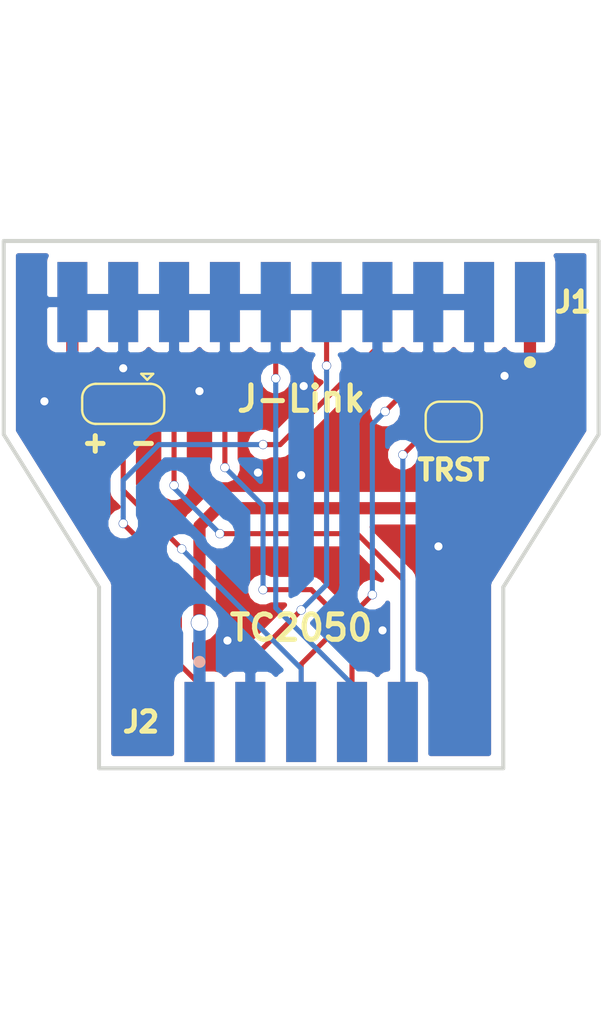
<source format=kicad_pcb>
(kicad_pcb (version 20171130) (host pcbnew "(5.0.0-3-g5ebb6b6)")

  (general
    (thickness 1.6)
    (drawings 12)
    (tracks 102)
    (zones 0)
    (modules 4)
    (nets 15)
  )

  (page A4)
  (layers
    (0 F.Cu signal)
    (31 B.Cu signal)
    (32 B.Adhes user)
    (33 F.Adhes user)
    (34 B.Paste user)
    (35 F.Paste user)
    (36 B.SilkS user)
    (37 F.SilkS user)
    (38 B.Mask user)
    (39 F.Mask user)
    (40 Dwgs.User user)
    (41 Cmts.User user)
    (42 Eco1.User user)
    (43 Eco2.User user)
    (44 Edge.Cuts user)
    (45 Margin user)
    (46 B.CrtYd user)
    (47 F.CrtYd user)
    (48 B.Fab user hide)
    (49 F.Fab user hide)
  )

  (setup
    (last_trace_width 0.25)
    (user_trace_width 0.2032)
    (user_trace_width 0.254)
    (user_trace_width 0.3048)
    (user_trace_width 0.3556)
    (user_trace_width 0.4064)
    (user_trace_width 0.4572)
    (user_trace_width 0.6096)
    (user_trace_width 0.8128)
    (trace_clearance 0.2)
    (zone_clearance 0.508)
    (zone_45_only no)
    (trace_min 0.1778)
    (segment_width 0.2)
    (edge_width 0.15)
    (via_size 0.8)
    (via_drill 0.4)
    (via_min_size 0.3048)
    (via_min_drill 0.254)
    (user_via 0.3048 0.254)
    (user_via 0.3556 0.3048)
    (user_via 0.4572 0.4064)
    (user_via 0.5588 0.508)
    (user_via 0.8636 0.8128)
    (uvia_size 0.3)
    (uvia_drill 0.1)
    (uvias_allowed no)
    (uvia_min_size 0.1524)
    (uvia_min_drill 0.1)
    (pcb_text_width 0.254)
    (pcb_text_size 1.016 1.016)
    (mod_edge_width 0.15)
    (mod_text_size 1.016 1.016)
    (mod_text_width 0.254)
    (pad_size 1 0.5)
    (pad_drill 0)
    (pad_to_mask_clearance 0.2)
    (aux_axis_origin 0 0)
    (visible_elements FFFFFF7F)
    (pcbplotparams
      (layerselection 0x010fc_ffffffff)
      (usegerberextensions false)
      (usegerberattributes false)
      (usegerberadvancedattributes false)
      (creategerberjobfile false)
      (excludeedgelayer true)
      (linewidth 0.100000)
      (plotframeref false)
      (viasonmask false)
      (mode 1)
      (useauxorigin false)
      (hpglpennumber 1)
      (hpglpenspeed 20)
      (hpglpendiameter 15.000000)
      (psnegative false)
      (psa4output false)
      (plotreference true)
      (plotvalue true)
      (plotinvisibletext false)
      (padsonsilk false)
      (subtractmaskfromsilk false)
      (outputformat 1)
      (mirror false)
      (drillshape 1)
      (scaleselection 1)
      (outputdirectory ""))
  )

  (net 0 "")
  (net 1 VCC)
  (net 2 /nTRST)
  (net 3 /TDI)
  (net 4 /SWDIO_TMS)
  (net 5 /SWCLK_TCLK)
  (net 6 /RTCK)
  (net 7 /SWO_TDO)
  (net 8 /RESET)
  (net 9 "Net-(J1-Pad17)")
  (net 10 /5V)
  (net 11 "Net-(J1-Pad2)")
  (net 12 GND)
  (net 13 /PWR_SEL)
  (net 14 /nTRST_SEL)

  (net_class Default "This is the default net class."
    (clearance 0.2)
    (trace_width 0.25)
    (via_dia 0.8)
    (via_drill 0.4)
    (uvia_dia 0.3)
    (uvia_drill 0.1)
    (add_net /5V)
    (add_net /PWR_SEL)
    (add_net /RESET)
    (add_net /RTCK)
    (add_net /SWCLK_TCLK)
    (add_net /SWDIO_TMS)
    (add_net /SWO_TDO)
    (add_net /TDI)
    (add_net /nTRST)
    (add_net /nTRST_SEL)
    (add_net GND)
    (add_net "Net-(J1-Pad17)")
    (add_net "Net-(J1-Pad2)")
    (add_net VCC)
  )

  (module Straddle:Straddle-10-Male (layer B.Cu) (tedit 5BACC972) (tstamp 5BABE9ED)
    (at 127 97.155 180)
    (path /5BA07AD1)
    (attr smd)
    (fp_text reference J2 (at 8.001 0 180) (layer F.SilkS)
      (effects (font (size 1.016 1.016) (thickness 0.254)))
    )
    (fp_text value Conn_02x05_Odd_Even (at 0 -17 180) (layer B.Fab)
      (effects (font (size 1 1) (thickness 0.15)) (justify mirror))
    )
    (fp_circle (center 5.08 3) (end 5.08 2.85) (layer B.SilkS) (width 0.3))
    (fp_line (start -5.08 -3) (end -5.08 -7) (layer B.Fab) (width 0.15))
    (fp_line (start -2.54 -3) (end -2.54 -7) (layer B.Fab) (width 0.15))
    (fp_line (start 0 -3) (end 0 -7) (layer B.Fab) (width 0.15))
    (fp_line (start 2.54 -3) (end 2.54 -7) (layer B.Fab) (width 0.15))
    (fp_line (start 5.08 -3) (end 5.08 -7) (layer B.Fab) (width 0.15))
    (fp_line (start -8.62 -15) (end -8.62 -7) (layer B.Fab) (width 0.15))
    (fp_line (start 8.62 -15) (end -8.62 -15) (layer B.Fab) (width 0.15))
    (fp_line (start 8.62 -7) (end 8.62 -15) (layer B.Fab) (width 0.15))
    (fp_line (start -8.62 -7) (end 8.62 -7) (layer B.Fab) (width 0.15))
    (pad 10 smd rect (at -5.08 0 180) (size 1.5 4) (layers F.Cu F.Mask)
      (net 8 /RESET))
    (pad 8 smd rect (at -2.54 0 180) (size 1.5 4) (layers F.Cu F.Mask)
      (net 3 /TDI))
    (pad 6 smd rect (at 0 0 180) (size 1.5 4) (layers F.Cu F.Mask)
      (net 7 /SWO_TDO))
    (pad 4 smd rect (at 2.54 0 180) (size 1.5 4) (layers F.Cu F.Mask)
      (net 5 /SWCLK_TCLK))
    (pad 2 smd rect (at 5.08 0 180) (size 1.5 4) (layers F.Cu F.Mask)
      (net 4 /SWDIO_TMS))
    (pad 9 smd rect (at -5.08 0 180) (size 1.5 4) (layers B.Cu B.Mask)
      (net 14 /nTRST_SEL))
    (pad 7 smd rect (at -2.54 0 180) (size 1.5 4) (layers B.Cu B.Mask)
      (net 6 /RTCK))
    (pad 5 smd rect (at 0 0 180) (size 1.5 4) (layers B.Cu B.Mask)
      (net 13 /PWR_SEL))
    (pad 3 smd rect (at 2.54 0 180) (size 1.5 4) (layers B.Cu B.Mask)
      (net 12 GND))
    (pad 1 smd rect (at 5.08 0 180) (size 1.5 4) (layers B.Cu B.Mask)
      (net 1 VCC))
  )

  (module Straddle:Straddle-20-Female (layer F.Cu) (tedit 0) (tstamp 5BABE78E)
    (at 127 76.2 180)
    (path /5BA077E2)
    (attr smd)
    (fp_text reference J1 (at -13.589 0 180) (layer F.SilkS)
      (effects (font (size 1.016 1.016) (thickness 0.254)))
    )
    (fp_text value Conn_02x10_Odd_Even (at 0 17 180) (layer F.Fab)
      (effects (font (size 1 1) (thickness 0.15)))
    )
    (fp_circle (center -11.43 -3) (end -11.43 -2.85) (layer F.SilkS) (width 0.3))
    (fp_line (start 11.43 3) (end 11.43 7) (layer F.Fab) (width 0.15))
    (fp_line (start 8.89 3) (end 8.89 7) (layer F.Fab) (width 0.15))
    (fp_line (start 6.35 3) (end 6.35 7) (layer F.Fab) (width 0.15))
    (fp_line (start 3.81 3) (end 3.81 7) (layer F.Fab) (width 0.15))
    (fp_line (start 1.27 3) (end 1.27 7) (layer F.Fab) (width 0.15))
    (fp_line (start -1.27 3) (end -1.27 7) (layer F.Fab) (width 0.15))
    (fp_line (start -3.81 3) (end -3.81 7) (layer F.Fab) (width 0.15))
    (fp_line (start -6.35 3) (end -6.35 7) (layer F.Fab) (width 0.15))
    (fp_line (start -8.89 3) (end -8.89 7) (layer F.Fab) (width 0.15))
    (fp_line (start -11.43 3) (end -11.43 7) (layer F.Fab) (width 0.15))
    (fp_line (start -14.97 15) (end -14.97 7) (layer F.Fab) (width 0.15))
    (fp_line (start 14.97 15) (end -14.97 15) (layer F.Fab) (width 0.15))
    (fp_line (start 14.97 7) (end 14.97 15) (layer F.Fab) (width 0.15))
    (fp_line (start -14.97 7) (end 14.97 7) (layer F.Fab) (width 0.15))
    (pad 20 smd rect (at 11.43 0 180) (size 1.5 4) (layers B.Cu B.Mask)
      (net 12 GND))
    (pad 18 smd rect (at 8.89 0 180) (size 1.5 4) (layers B.Cu B.Mask)
      (net 12 GND))
    (pad 16 smd rect (at 6.35 0 180) (size 1.5 4) (layers B.Cu B.Mask)
      (net 12 GND))
    (pad 14 smd rect (at 3.81 0 180) (size 1.5 4) (layers B.Cu B.Mask)
      (net 12 GND))
    (pad 12 smd rect (at 1.27 0 180) (size 1.5 4) (layers B.Cu B.Mask)
      (net 12 GND))
    (pad 10 smd rect (at -1.27 0 180) (size 1.5 4) (layers B.Cu B.Mask)
      (net 12 GND))
    (pad 8 smd rect (at -3.81 0 180) (size 1.5 4) (layers B.Cu B.Mask)
      (net 12 GND))
    (pad 6 smd rect (at -6.35 0 180) (size 1.5 4) (layers B.Cu B.Mask)
      (net 12 GND))
    (pad 4 smd rect (at -8.89 0 180) (size 1.5 4) (layers B.Cu B.Mask)
      (net 12 GND))
    (pad 2 smd rect (at -11.43 0 180) (size 1.5 4) (layers B.Cu B.Mask)
      (net 11 "Net-(J1-Pad2)"))
    (pad 19 smd rect (at 11.43 0 180) (size 1.5 4) (layers F.Cu F.Mask)
      (net 10 /5V))
    (pad 17 smd rect (at 8.89 0 180) (size 1.5 4) (layers F.Cu F.Mask)
      (net 9 "Net-(J1-Pad17)"))
    (pad 15 smd rect (at 6.35 0 180) (size 1.5 4) (layers F.Cu F.Mask)
      (net 8 /RESET))
    (pad 13 smd rect (at 3.81 0 180) (size 1.5 4) (layers F.Cu F.Mask)
      (net 7 /SWO_TDO))
    (pad 11 smd rect (at 1.27 0 180) (size 1.5 4) (layers F.Cu F.Mask)
      (net 6 /RTCK))
    (pad 9 smd rect (at -1.27 0 180) (size 1.5 4) (layers F.Cu F.Mask)
      (net 5 /SWCLK_TCLK))
    (pad 7 smd rect (at -3.81 0 180) (size 1.5 4) (layers F.Cu F.Mask)
      (net 4 /SWDIO_TMS))
    (pad 5 smd rect (at -6.35 0 180) (size 1.5 4) (layers F.Cu F.Mask)
      (net 3 /TDI))
    (pad 3 smd rect (at -8.89 0 180) (size 1.5 4) (layers F.Cu F.Mask)
      (net 2 /nTRST))
    (pad 1 smd rect (at -11.43 0 180) (size 1.5 4) (layers F.Cu F.Mask)
      (net 1 VCC))
  )

  (module Jumper:SolderJumper-2_P1.3mm_Bridged_RoundedPad1.0x1.5mm (layer F.Cu) (tedit 5B391ABA) (tstamp 5BABE7EB)
    (at 134.62 82.169 180)
    (descr "SMD Solder Jumper, 1x1.5mm, rounded Pads, 0.3mm gap, bridged with 1 copper strip")
    (tags "solder jumper open")
    (path /5BAA7428)
    (attr virtual)
    (fp_text reference TRST (at 0 -2.413 180) (layer F.SilkS)
      (effects (font (size 1.016 1.016) (thickness 0.254)))
    )
    (fp_text value SolderJumper_2_Bridged (at 0 1.9 180) (layer F.Fab)
      (effects (font (size 1 1) (thickness 0.15)))
    )
    (fp_line (start 1.65 1.25) (end -1.65 1.25) (layer F.CrtYd) (width 0.05))
    (fp_line (start 1.65 1.25) (end 1.65 -1.25) (layer F.CrtYd) (width 0.05))
    (fp_line (start -1.65 -1.25) (end -1.65 1.25) (layer F.CrtYd) (width 0.05))
    (fp_line (start -1.65 -1.25) (end 1.65 -1.25) (layer F.CrtYd) (width 0.05))
    (fp_line (start -0.7 -1) (end 0.7 -1) (layer F.SilkS) (width 0.12))
    (fp_line (start 1.4 -0.3) (end 1.4 0.3) (layer F.SilkS) (width 0.12))
    (fp_line (start 0.7 1) (end -0.7 1) (layer F.SilkS) (width 0.12))
    (fp_line (start -1.4 0.3) (end -1.4 -0.3) (layer F.SilkS) (width 0.12))
    (fp_arc (start -0.7 -0.3) (end -0.7 -1) (angle -90) (layer F.SilkS) (width 0.12))
    (fp_arc (start -0.7 0.3) (end -1.4 0.3) (angle -90) (layer F.SilkS) (width 0.12))
    (fp_arc (start 0.7 0.3) (end 0.7 1) (angle -90) (layer F.SilkS) (width 0.12))
    (fp_arc (start 0.7 -0.3) (end 1.4 -0.3) (angle -90) (layer F.SilkS) (width 0.12))
    (pad 2 smd custom (at 0.65 0 180) (size 1 0.5) (layers F.Cu F.Mask)
      (net 14 /nTRST_SEL) (zone_connect 0)
      (options (clearance outline) (anchor rect))
      (primitives
        (gr_circle (center 0 0.25) (end 0.5 0.25) (width 0))
        (gr_circle (center 0 -0.25) (end 0.5 -0.25) (width 0))
        (gr_poly (pts
           (xy 0 -0.75) (xy -0.5 -0.75) (xy -0.5 0.75) (xy 0 0.75)) (width 0))
      ))
    (pad 1 smd custom (at -0.65 0 180) (size 1 0.5) (layers F.Cu F.Mask)
      (net 2 /nTRST) (zone_connect 0)
      (options (clearance outline) (anchor rect))
      (primitives
        (gr_circle (center 0 0.25) (end 0.5 0.25) (width 0))
        (gr_circle (center 0 -0.25) (end 0.5 -0.25) (width 0))
        (gr_poly (pts
           (xy 0 -0.75) (xy 0.5 -0.75) (xy 0.5 0.75) (xy 0 0.75)) (width 0))
        (gr_poly (pts
           (xy 0.9 -0.3) (xy 0.4 -0.3) (xy 0.4 0.3) (xy 0.9 0.3)) (width 0))
      ))
  )

  (module Jumper:SolderJumper-3_P1.3mm_Open_RoundedPad1.0x1.5mm (layer F.Cu) (tedit 5BACC7BF) (tstamp 5BABE83A)
    (at 118.11 81.28 180)
    (descr "SMD Solder 3-pad Jumper, 1x1.5mm rounded Pads, 0.3mm gap, open")
    (tags "solder jumper open")
    (path /5BAA751D)
    (attr virtual)
    (fp_text reference JP2 (at 0.127 -2.54 180) (layer F.SilkS) hide
      (effects (font (size 1.016 1.016) (thickness 0.1778)))
    )
    (fp_text value SolderJumper_3_Open (at 0 1.9 180) (layer F.Fab)
      (effects (font (size 1 1) (thickness 0.15)))
    )
    (fp_arc (start -1.35 -0.3) (end -1.35 -1) (angle -90) (layer F.SilkS) (width 0.12))
    (fp_arc (start -1.35 0.3) (end -2.05 0.3) (angle -90) (layer F.SilkS) (width 0.12))
    (fp_arc (start 1.35 0.3) (end 1.35 1) (angle -90) (layer F.SilkS) (width 0.12))
    (fp_arc (start 1.35 -0.3) (end 2.05 -0.3) (angle -90) (layer F.SilkS) (width 0.12))
    (fp_line (start 2.3 1.25) (end -2.3 1.25) (layer F.CrtYd) (width 0.05))
    (fp_line (start 2.3 1.25) (end 2.3 -1.25) (layer F.CrtYd) (width 0.05))
    (fp_line (start -2.3 -1.25) (end -2.3 1.25) (layer F.CrtYd) (width 0.05))
    (fp_line (start -2.3 -1.25) (end 2.3 -1.25) (layer F.CrtYd) (width 0.05))
    (fp_line (start -1.4 -1) (end 1.4 -1) (layer F.SilkS) (width 0.12))
    (fp_line (start 2.05 -0.3) (end 2.05 0.3) (layer F.SilkS) (width 0.12))
    (fp_line (start 1.4 1) (end -1.4 1) (layer F.SilkS) (width 0.12))
    (fp_line (start -2.05 0.3) (end -2.05 -0.3) (layer F.SilkS) (width 0.12))
    (fp_line (start -1.2 1.2) (end -1.5 1.5) (layer F.SilkS) (width 0.12))
    (fp_line (start -1.5 1.5) (end -0.9 1.5) (layer F.SilkS) (width 0.12))
    (fp_line (start -1.2 1.2) (end -0.9 1.5) (layer F.SilkS) (width 0.12))
    (pad 2 smd rect (at 0 0 180) (size 1 1.5) (layers F.Cu F.Mask)
      (net 13 /PWR_SEL))
    (pad 3 smd custom (at 1.3 0 180) (size 1 0.5) (layers F.Cu F.Mask)
      (net 10 /5V) (zone_connect 0)
      (options (clearance outline) (anchor rect))
      (primitives
        (gr_circle (center 0 0.25) (end 0.5 0.25) (width 0))
        (gr_circle (center 0 -0.25) (end 0.5 -0.25) (width 0))
        (gr_poly (pts
           (xy -0.55 -0.75) (xy 0 -0.75) (xy 0 0.75) (xy -0.55 0.75)) (width 0))
      ))
    (pad 1 smd custom (at -1.3 0 180) (size 1 0.5) (layers F.Cu F.Mask)
      (net 12 GND) (zone_connect 2)
      (options (clearance outline) (anchor rect))
      (primitives
        (gr_circle (center 0 0.25) (end 0.5 0.25) (width 0))
        (gr_circle (center 0 -0.25) (end 0.5 -0.25) (width 0))
        (gr_poly (pts
           (xy 0.55 -0.75) (xy 0 -0.75) (xy 0 0.75) (xy 0.55 0.75)) (width 0))
      ))
  )

  (gr_text J-Link (at 127 81.026) (layer F.SilkS) (tstamp 5BABE8EC)
    (effects (font (size 1.27 1.27) (thickness 0.254)))
  )
  (gr_text TC2050 (at 127 92.456) (layer F.SilkS) (tstamp 5BABE99A)
    (effects (font (size 1.27 1.27) (thickness 0.254)))
  )
  (gr_text "+\n" (at 116.713 83.185) (layer F.SilkS) (tstamp 5BABE976)
    (effects (font (size 1.016 1.016) (thickness 0.254)))
  )
  (gr_text - (at 119.126 83.185) (layer F.SilkS) (tstamp 5BABE979)
    (effects (font (size 1.016 1.016) (thickness 0.254)))
  )
  (gr_line (start 112.141 82.804) (end 112.141 73.152) (layer Edge.Cuts) (width 0.2) (tstamp 5BABE81A))
  (gr_line (start 116.9035 90.424) (end 112.141 82.804) (layer Edge.Cuts) (width 0.2) (tstamp 5BABE81D))
  (gr_line (start 116.9035 99.4664) (end 116.9035 90.424) (layer Edge.Cuts) (width 0.2) (tstamp 5BABE820))
  (gr_line (start 137.0965 99.4664) (end 116.9035 99.4664) (layer Edge.Cuts) (width 0.2) (tstamp 5BABE823))
  (gr_line (start 137.0965 90.424) (end 137.0965 99.4664) (layer Edge.Cuts) (width 0.2) (tstamp 5BABE817))
  (gr_line (start 141.859 82.804) (end 137.0965 90.424) (layer Edge.Cuts) (width 0.2) (tstamp 5BABED47))
  (gr_line (start 141.859 73.152) (end 141.859 82.804) (layer Edge.Cuts) (width 0.2) (tstamp 5BABE811))
  (gr_line (start 112.141 73.152) (end 141.859 73.152) (layer Edge.Cuts) (width 0.2) (tstamp 5BABE80E))

  (segment (start 121.92 92.456) (end 121.92 92.456) (width 0.6096) (layer B.Cu) (net 1) (tstamp 5BABE8D7))
  (via (at 121.92 92.202) (size 0.8636) (drill 0.8128) (layers F.Cu B.Cu) (net 1) (tstamp 5BABE997))
  (segment (start 138.43 82.804) (end 134.747 86.487) (width 0.6096) (layer F.Cu) (net 1) (tstamp 5BABE93A))
  (segment (start 121.92 96.52) (end 121.92 92.202) (width 0.6096) (layer B.Cu) (net 1) (tstamp 5BABE91F))
  (segment (start 122.809 86.487) (end 121.92 87.376) (width 0.6096) (layer F.Cu) (net 1) (tstamp 5BABE916))
  (segment (start 138.43 76.2) (end 138.43 82.804) (width 0.6096) (layer F.Cu) (net 1) (tstamp 5BABE91C))
  (segment (start 121.92 87.376) (end 121.92 91.591343) (width 0.6096) (layer F.Cu) (net 1) (tstamp 5BABE952))
  (segment (start 121.92 91.591343) (end 121.92 92.202) (width 0.6096) (layer F.Cu) (net 1) (tstamp 5BABE94F))
  (segment (start 134.747 86.487) (end 122.809 86.487) (width 0.6096) (layer F.Cu) (net 1) (tstamp 5BABE913))
  (segment (start 135.89 81.549) (end 135.27 82.169) (width 0.254) (layer F.Cu) (net 2) (tstamp 5BABE8C8))
  (segment (start 135.89 76.2) (end 135.89 81.549) (width 0.254) (layer F.Cu) (net 2) (tstamp 5BABE877))
  (segment (start 129.54 96.52) (end 129.54 91.821) (width 0.254) (layer F.Cu) (net 3) (tstamp 5BABE961))
  (segment (start 129.54 91.821) (end 130.556 90.805) (width 0.254) (layer F.Cu) (net 3) (tstamp 5BABE865))
  (via (at 130.556 90.805) (size 0.4572) (drill 0.4064) (layers F.Cu B.Cu) (net 3) (tstamp 5BABE8F2))
  (segment (start 130.556 90.805) (end 130.556 82.296) (width 0.254) (layer B.Cu) (net 3) (tstamp 5BABE8D1))
  (segment (start 130.556 82.296) (end 131.191 81.661) (width 0.254) (layer B.Cu) (net 3) (tstamp 5BABE95E))
  (via (at 131.191 81.661) (size 0.4572) (drill 0.4064) (layers F.Cu B.Cu) (net 3) (tstamp 5BABE98E))
  (segment (start 133.35 79.502) (end 133.35 76.2) (width 0.254) (layer F.Cu) (net 3) (tstamp 5BABE8D4))
  (segment (start 131.191 81.661) (end 133.35 79.502) (width 0.254) (layer F.Cu) (net 3) (tstamp 5BABE8CE))
  (via (at 125.095 83.312) (size 0.4572) (drill 0.4064) (layers F.Cu B.Cu) (net 4) (tstamp 5BABE99D))
  (segment (start 130.81 76.2) (end 130.81 78.454) (width 0.254) (layer F.Cu) (net 4) (tstamp 5BABE931))
  (segment (start 130.81 78.454) (end 125.952 83.312) (width 0.254) (layer F.Cu) (net 4) (tstamp 5BABE937))
  (segment (start 125.418289 83.312) (end 125.095 83.312) (width 0.254) (layer F.Cu) (net 4) (tstamp 5BABE919))
  (segment (start 125.952 83.312) (end 125.418289 83.312) (width 0.254) (layer F.Cu) (net 4) (tstamp 5BABE95B))
  (segment (start 120.916 90.055) (end 118.338599 87.477599) (width 0.254) (layer F.Cu) (net 4) (tstamp 5BABE86B))
  (via (at 118.11 87.249) (size 0.4572) (drill 0.4064) (layers F.Cu B.Cu) (net 4) (tstamp 5BABE901))
  (segment (start 118.338599 87.477599) (end 118.11 87.249) (width 0.254) (layer F.Cu) (net 4) (tstamp 5BABE871))
  (segment (start 121.92 95.27) (end 120.916 94.266) (width 0.254) (layer F.Cu) (net 4) (tstamp 5BABE868))
  (segment (start 121.92 96.52) (end 121.92 95.27) (width 0.254) (layer F.Cu) (net 4) (tstamp 5BABE874))
  (segment (start 120.916 94.266) (end 120.916 90.055) (width 0.254) (layer F.Cu) (net 4) (tstamp 5BABE86E))
  (segment (start 118.11 85.09) (end 118.11 86.925711) (width 0.254) (layer B.Cu) (net 4) (tstamp 5BABE8AA))
  (segment (start 118.11 86.925711) (end 118.11 87.249) (width 0.254) (layer B.Cu) (net 4) (tstamp 5BABE8B9))
  (segment (start 119.888 83.312) (end 118.11 85.09) (width 0.254) (layer B.Cu) (net 4) (tstamp 5BABE8C2))
  (segment (start 125.095 83.312) (end 119.888 83.312) (width 0.254) (layer B.Cu) (net 4) (tstamp 5BABE8A4))
  (via (at 126.999996 91.567) (size 0.4572) (drill 0.4064) (layers F.Cu B.Cu) (net 5) (tstamp 5BABE8FE))
  (segment (start 124.46 96.52) (end 124.46 94.106996) (width 0.254) (layer F.Cu) (net 5) (tstamp 5BABE898))
  (segment (start 124.46 94.106996) (end 126.771397 91.795599) (width 0.254) (layer F.Cu) (net 5) (tstamp 5BABE8CB))
  (segment (start 126.771397 91.795599) (end 126.999996 91.567) (width 0.254) (layer F.Cu) (net 5) (tstamp 5BABE89B))
  (via (at 128.27 79.375) (size 0.4572) (drill 0.4064) (layers F.Cu B.Cu) (net 5) (tstamp 5BABE90A))
  (segment (start 126.999996 91.567) (end 128.27 90.296996) (width 0.254) (layer B.Cu) (net 5) (tstamp 5BABE8B3))
  (segment (start 128.27 76.2) (end 128.27 79.375) (width 0.254) (layer F.Cu) (net 5) (tstamp 5BABE8B6))
  (segment (start 128.27 90.296996) (end 128.27 79.698289) (width 0.254) (layer B.Cu) (net 5) (tstamp 5BABE8BC))
  (segment (start 128.27 79.698289) (end 128.27 79.375) (width 0.254) (layer B.Cu) (net 5) (tstamp 5BABE87A))
  (segment (start 125.73 76.2) (end 125.73 80.01) (width 0.254) (layer F.Cu) (net 6) (tstamp 5BABE88C))
  (via (at 125.73 80.01) (size 0.4572) (drill 0.4064) (layers F.Cu B.Cu) (net 6) (tstamp 5BABE904))
  (segment (start 125.73 80.333289) (end 125.73 80.01) (width 0.254) (layer B.Cu) (net 6) (tstamp 5BABE886))
  (segment (start 129.54 96.52) (end 129.54 95.27) (width 0.254) (layer B.Cu) (net 6) (tstamp 5BABE892))
  (segment (start 129.54 95.27) (end 125.73 91.46) (width 0.254) (layer B.Cu) (net 6) (tstamp 5BABE889))
  (segment (start 125.73 91.46) (end 125.73 80.333289) (width 0.254) (layer B.Cu) (net 6) (tstamp 5BABE895))
  (segment (start 123.19 84.455) (end 123.19 84.455) (width 0.254) (layer F.Cu) (net 7) (tstamp 5BABE8E0))
  (segment (start 127.508 90.551) (end 125.418289 90.551) (width 0.254) (layer F.Cu) (net 7) (tstamp 5BABE946))
  (segment (start 127 94.266) (end 128.651 92.615) (width 0.254) (layer F.Cu) (net 7) (tstamp 5BABE928))
  (segment (start 128.651 92.615) (end 128.651 91.694) (width 0.254) (layer F.Cu) (net 7) (tstamp 5BABE910))
  (segment (start 125.418289 90.551) (end 125.095 90.551) (width 0.254) (layer F.Cu) (net 7) (tstamp 5BABE943))
  (segment (start 128.651 91.694) (end 127.508 90.551) (width 0.254) (layer F.Cu) (net 7) (tstamp 5BABE940))
  (via (at 125.095 90.551) (size 0.4572) (drill 0.4064) (layers F.Cu B.Cu) (net 7) (tstamp 5BABE98B))
  (segment (start 127 96.52) (end 127 94.266) (width 0.254) (layer F.Cu) (net 7) (tstamp 5BABE949))
  (via (at 123.19 84.455) (size 0.4572) (drill 0.4064) (layers F.Cu B.Cu) (net 7) (tstamp 5BABE97C))
  (segment (start 123.19 76.2) (end 123.19 84.455) (width 0.254) (layer F.Cu) (net 7) (tstamp 5BABE92E))
  (segment (start 125.095 90.551) (end 125.095 86.36) (width 0.254) (layer B.Cu) (net 7) (tstamp 5BABE925))
  (segment (start 125.095 86.36) (end 123.418599 84.683599) (width 0.254) (layer B.Cu) (net 7) (tstamp 5BABE922))
  (segment (start 123.418599 84.683599) (end 123.19 84.455) (width 0.254) (layer B.Cu) (net 7) (tstamp 5BABE94C))
  (via (at 122.936008 87.757) (size 0.4572) (drill 0.4064) (layers F.Cu B.Cu) (net 8) (tstamp 5BABE97F))
  (segment (start 123.259297 87.757) (end 122.936008 87.757) (width 0.254) (layer F.Cu) (net 8) (tstamp 5BABE955))
  (segment (start 132.08 96.52) (end 132.08 90.043) (width 0.254) (layer F.Cu) (net 8) (tstamp 5BABE93D))
  (segment (start 129.794 87.757) (end 123.259297 87.757) (width 0.254) (layer F.Cu) (net 8) (tstamp 5BABE934))
  (segment (start 132.08 90.043) (end 129.794 87.757) (width 0.254) (layer F.Cu) (net 8) (tstamp 5BABE92B))
  (segment (start 120.65 85.470992) (end 120.65 85.344) (width 0.254) (layer B.Cu) (net 8) (tstamp 5BABE8A7))
  (segment (start 122.936008 87.757) (end 120.65 85.470992) (width 0.254) (layer B.Cu) (net 8) (tstamp 5BABE8A1))
  (segment (start 120.65 76.2) (end 120.65 85.344) (width 0.254) (layer F.Cu) (net 8) (tstamp 5BABE8BF))
  (via (at 120.65 85.344) (size 0.4572) (drill 0.4064) (layers F.Cu B.Cu) (net 8) (tstamp 5BABE8FB))
  (segment (start 115.57 80.04) (end 116.81 81.28) (width 0.6096) (layer F.Cu) (net 10) (tstamp 5BABE964))
  (segment (start 115.57 76.2) (end 115.57 80.04) (width 0.6096) (layer F.Cu) (net 10) (tstamp 5BABE96A))
  (segment (start 115.57 76.2) (end 118.11 76.2) (width 0.8128) (layer B.Cu) (net 12) (tstamp 5BABE8DD))
  (segment (start 118.11 76.2) (end 120.65 76.2) (width 0.8128) (layer B.Cu) (net 12) (tstamp 5BABE8E9))
  (segment (start 120.65 76.2) (end 123.19 76.2) (width 0.8128) (layer B.Cu) (net 12) (tstamp 5BABE8E3))
  (segment (start 123.19 76.2) (end 125.73 76.2) (width 0.8128) (layer B.Cu) (net 12) (tstamp 5BABE8DA))
  (segment (start 125.73 76.2) (end 128.27 76.2) (width 0.8128) (layer B.Cu) (net 12) (tstamp 5BABE8E6))
  (segment (start 128.27 76.2) (end 130.81 76.2) (width 0.8128) (layer B.Cu) (net 12) (tstamp 5BABE96D))
  (segment (start 130.81 76.2) (end 133.35 76.2) (width 0.8128) (layer B.Cu) (net 12) (tstamp 5BABE970))
  (segment (start 133.35 76.2) (end 135.89 76.2) (width 0.8128) (layer B.Cu) (net 12) (tstamp 5BABE967))
  (via (at 114.173 81.153) (size 0.4572) (drill 0.4064) (layers F.Cu B.Cu) (net 12) (tstamp 5BABE8F8))
  (via (at 118.11 79.502) (size 0.4572) (drill 0.4064) (layers F.Cu B.Cu) (net 12) (tstamp 5BABE982))
  (via (at 121.92 80.645) (size 0.4572) (drill 0.4064) (layers F.Cu B.Cu) (net 12) (tstamp 5BABE991))
  (via (at 123.317 93.091) (size 0.4572) (drill 0.4064) (layers F.Cu B.Cu) (net 12) (tstamp 5BABE994))
  (via (at 133.858 88.392) (size 0.4572) (drill 0.4064) (layers F.Cu B.Cu) (net 12) (tstamp 5BABE988))
  (via (at 127 84.836) (size 0.4572) (drill 0.4064) (layers F.Cu B.Cu) (net 12) (tstamp 5BABE907))
  (via (at 131.064 92.583) (size 0.4572) (drill 0.4064) (layers F.Cu B.Cu) (net 12) (tstamp 5BABE90D))
  (via (at 137.16 79.883) (size 0.4572) (drill 0.4064) (layers F.Cu B.Cu) (net 12) (tstamp 5BABE9A0))
  (via (at 127.127 80.391) (size 0.4572) (drill 0.4064) (layers F.Cu B.Cu) (net 12) (tstamp 5BABE8F5))
  (via (at 124.841 84.709) (size 0.4572) (drill 0.4064) (layers F.Cu B.Cu) (net 12) (tstamp 5BABE985))
  (segment (start 121.285 88.773) (end 121.031 88.519) (width 0.254) (layer B.Cu) (net 13) (tstamp 5BABE883))
  (segment (start 127 96.52) (end 127 94.488) (width 0.254) (layer B.Cu) (net 13) (tstamp 5BABE8AD))
  (segment (start 127 94.488) (end 121.285 88.773) (width 0.254) (layer B.Cu) (net 13) (tstamp 5BABE880))
  (segment (start 118.11 85.598) (end 120.802401 88.290401) (width 0.254) (layer F.Cu) (net 13) (tstamp 5BABE88F))
  (segment (start 118.11 81.28) (end 118.11 85.598) (width 0.254) (layer F.Cu) (net 13) (tstamp 5BABE8C5))
  (segment (start 120.802401 88.290401) (end 121.031 88.519) (width 0.254) (layer F.Cu) (net 13) (tstamp 5BABE87D))
  (via (at 121.031 88.519) (size 0.4572) (drill 0.4064) (layers F.Cu B.Cu) (net 13) (tstamp 5BABE8EF))
  (via (at 132.08 83.82) (size 0.4572) (drill 0.4064) (layers F.Cu B.Cu) (net 14) (tstamp 5BABE973))
  (segment (start 132.08 96.52) (end 132.08 83.82) (width 0.254) (layer B.Cu) (net 14) (tstamp 5BABE958))
  (segment (start 133.731 82.169) (end 133.97 82.169) (width 0.254) (layer F.Cu) (net 14) (tstamp 5BABE89E))
  (segment (start 132.08 83.82) (end 133.731 82.169) (width 0.254) (layer F.Cu) (net 14) (tstamp 5BABE8B0))

  (zone (net 12) (net_name GND) (layer F.Cu) (tstamp 5BABEC1F) (hatch edge 0.508)
    (connect_pads (clearance 0.508))
    (min_thickness 0.254)
    (fill yes (arc_segments 16) (thermal_gap 0.762) (thermal_bridge_width 0.762))
    (polygon
      (pts
        (xy 112.141 73.152) (xy 112.141 82.804) (xy 116.967 90.424) (xy 116.967 99.441) (xy 137.033 99.441)
        (xy 137.033 90.424) (xy 141.859 82.804) (xy 141.859 73.152)
      )
    )
    (filled_polygon
      (pts
        (xy 114.221843 73.952235) (xy 114.17256 74.2) (xy 114.17256 78.2) (xy 114.221843 78.447765) (xy 114.362191 78.657809)
        (xy 114.572235 78.798157) (xy 114.630201 78.809687) (xy 114.630201 79.947441) (xy 114.61179 80.04) (xy 114.684729 80.406692)
        (xy 114.840012 80.639089) (xy 114.840015 80.639092) (xy 114.892444 80.717557) (xy 114.970908 80.769985) (xy 115.66256 81.461638)
        (xy 115.66256 81.53) (xy 115.664968 81.542106) (xy 115.664968 81.579009) (xy 115.677408 81.705318) (xy 115.69653 81.801451)
        (xy 115.733372 81.922904) (xy 115.770881 82.01346) (xy 115.830713 82.125397) (xy 115.885169 82.206896) (xy 115.965686 82.305006)
        (xy 116.034994 82.374314) (xy 116.133104 82.454831) (xy 116.214603 82.509287) (xy 116.32654 82.569119) (xy 116.417096 82.606628)
        (xy 116.538549 82.64347) (xy 116.634682 82.662592) (xy 116.760991 82.675032) (xy 116.797894 82.675032) (xy 116.81 82.67744)
        (xy 117.348 82.67744) (xy 117.348001 85.522952) (xy 117.333073 85.598) (xy 117.392213 85.895317) (xy 117.513025 86.076125)
        (xy 117.56063 86.147371) (xy 117.624251 86.189881) (xy 117.854463 86.420093) (xy 117.62081 86.516875) (xy 117.377875 86.75981)
        (xy 117.2464 87.077219) (xy 117.2464 87.420781) (xy 117.377875 87.73819) (xy 117.62081 87.981125) (xy 117.866095 88.082725)
        (xy 120.154001 90.370631) (xy 120.154 94.190957) (xy 120.139073 94.266) (xy 120.154 94.341043) (xy 120.154 94.341047)
        (xy 120.198212 94.563316) (xy 120.366629 94.815371) (xy 120.430253 94.857883) (xy 120.55654 94.98417) (xy 120.52256 95.155)
        (xy 120.52256 98.7314) (xy 117.6385 98.7314) (xy 117.6385 90.435148) (xy 117.642609 90.300244) (xy 117.612455 90.220676)
        (xy 117.595854 90.137217) (xy 117.52086 90.02498) (xy 112.876 82.593205) (xy 112.876 73.887) (xy 114.265432 73.887)
      )
    )
    (filled_polygon
      (pts
        (xy 141.124001 82.593202) (xy 136.479144 90.024975) (xy 136.404146 90.137218) (xy 136.387545 90.220677) (xy 136.357391 90.300245)
        (xy 136.3615 90.435149) (xy 136.361501 98.7314) (xy 133.47744 98.7314) (xy 133.47744 95.155) (xy 133.428157 94.907235)
        (xy 133.287809 94.697191) (xy 133.077765 94.556843) (xy 132.842 94.509947) (xy 132.842 90.118042) (xy 132.856927 90.042999)
        (xy 132.842 89.967956) (xy 132.842 89.967952) (xy 132.797788 89.745683) (xy 132.629371 89.493629) (xy 132.565749 89.451118)
        (xy 130.54143 87.4268) (xy 134.654446 87.4268) (xy 134.747 87.44521) (xy 134.839554 87.4268) (xy 134.839559 87.4268)
        (xy 135.113691 87.372272) (xy 135.424557 87.164557) (xy 135.476988 87.086089) (xy 139.029092 83.533986) (xy 139.107557 83.481557)
        (xy 139.159986 83.403092) (xy 139.159988 83.40309) (xy 139.315271 83.170692) (xy 139.315272 83.170691) (xy 139.3698 82.896559)
        (xy 139.3698 82.896554) (xy 139.38821 82.804) (xy 139.3698 82.711446) (xy 139.3698 78.809687) (xy 139.427765 78.798157)
        (xy 139.637809 78.657809) (xy 139.778157 78.447765) (xy 139.82744 78.2) (xy 139.82744 74.2) (xy 139.778157 73.952235)
        (xy 139.734568 73.887) (xy 141.124 73.887)
      )
    )
    (filled_polygon
      (pts
        (xy 131.02309 90.063721) (xy 130.727781 89.9414) (xy 130.384219 89.9414) (xy 130.06681 90.072875) (xy 129.823875 90.31581)
        (xy 129.722275 90.561094) (xy 129.163426 91.119943) (xy 129.136749 91.102118) (xy 128.099883 90.065253) (xy 128.057371 90.001629)
        (xy 127.805317 89.833212) (xy 127.583048 89.789) (xy 127.583043 89.789) (xy 127.508 89.774073) (xy 127.432957 89.789)
        (xy 125.512065 89.789) (xy 125.266781 89.6874) (xy 124.923219 89.6874) (xy 124.60581 89.818875) (xy 124.362875 90.06181)
        (xy 124.2314 90.379219) (xy 124.2314 90.722781) (xy 124.362875 91.04019) (xy 124.60581 91.283125) (xy 124.923219 91.4146)
        (xy 125.266781 91.4146) (xy 125.512065 91.313) (xy 126.170452 91.313) (xy 126.166271 91.323094) (xy 123.974251 93.515115)
        (xy 123.91063 93.557625) (xy 123.868119 93.621247) (xy 123.868118 93.621248) (xy 123.742213 93.809679) (xy 123.683073 94.106996)
        (xy 123.698001 94.182044) (xy 123.698001 94.509947) (xy 123.462235 94.556843) (xy 123.252191 94.697191) (xy 123.19 94.790266)
        (xy 123.127809 94.697191) (xy 122.917765 94.556843) (xy 122.67 94.50756) (xy 122.235191 94.50756) (xy 121.678 93.95037)
        (xy 121.678 93.256456) (xy 121.7078 93.2688) (xy 122.1322 93.2688) (xy 122.524294 93.106389) (xy 122.824389 92.806294)
        (xy 122.9868 92.4142) (xy 122.9868 91.9898) (xy 122.8598 91.683196) (xy 122.8598 88.6206) (xy 123.107789 88.6206)
        (xy 123.353073 88.519) (xy 129.47837 88.519)
      )
    )
    (filled_polygon
      (pts
        (xy 131.318 94.509947) (xy 131.082235 94.556843) (xy 130.872191 94.697191) (xy 130.81 94.790266) (xy 130.747809 94.697191)
        (xy 130.537765 94.556843) (xy 130.302 94.509947) (xy 130.302 92.13663) (xy 130.799906 91.638725) (xy 131.04519 91.537125)
        (xy 131.288125 91.29419) (xy 131.318001 91.222063)
      )
    )
    (filled_polygon
      (pts
        (xy 137.222191 78.657809) (xy 137.432235 78.798157) (xy 137.4902 78.809687) (xy 137.490201 82.414721) (xy 134.357723 85.5472)
        (xy 122.901554 85.5472) (xy 122.809 85.52879) (xy 122.716446 85.5472) (xy 122.716441 85.5472) (xy 122.442309 85.601728)
        (xy 122.442308 85.601729) (xy 122.442307 85.601729) (xy 122.20991 85.757012) (xy 122.209908 85.757014) (xy 122.131443 85.809443)
        (xy 122.079014 85.887908) (xy 121.32091 86.646013) (xy 121.242443 86.698443) (xy 121.190013 86.77691) (xy 121.190012 86.776911)
        (xy 121.04429 86.995) (xy 121.034728 87.00931) (xy 120.9802 87.283442) (xy 120.9802 87.283446) (xy 120.962427 87.372796)
        (xy 118.872 85.28237) (xy 118.872 82.618645) (xy 119.067809 82.487809) (xy 119.208157 82.277765) (xy 119.25744 82.03)
        (xy 119.25744 80.53) (xy 119.208157 80.282235) (xy 119.067809 80.072191) (xy 118.857765 79.931843) (xy 118.61 79.88256)
        (xy 117.61 79.88256) (xy 117.485 79.907424) (xy 117.36 79.88256) (xy 116.81 79.88256) (xy 116.797894 79.884968)
        (xy 116.760991 79.884968) (xy 116.745565 79.886487) (xy 116.5098 79.650723) (xy 116.5098 78.809687) (xy 116.567765 78.798157)
        (xy 116.777809 78.657809) (xy 116.84 78.564734) (xy 116.902191 78.657809) (xy 117.112235 78.798157) (xy 117.36 78.84744)
        (xy 118.86 78.84744) (xy 119.107765 78.798157) (xy 119.317809 78.657809) (xy 119.38 78.564734) (xy 119.442191 78.657809)
        (xy 119.652235 78.798157) (xy 119.888 78.845053) (xy 119.888001 84.926932) (xy 119.7864 85.172219) (xy 119.7864 85.515781)
        (xy 119.917875 85.83319) (xy 120.16081 86.076125) (xy 120.478219 86.2076) (xy 120.821781 86.2076) (xy 121.13919 86.076125)
        (xy 121.382125 85.83319) (xy 121.5136 85.515781) (xy 121.5136 85.172219) (xy 121.412 84.926935) (xy 121.412 78.845053)
        (xy 121.647765 78.798157) (xy 121.857809 78.657809) (xy 121.92 78.564734) (xy 121.982191 78.657809) (xy 122.192235 78.798157)
        (xy 122.428 78.845053) (xy 122.428001 84.037932) (xy 122.3264 84.283219) (xy 122.3264 84.626781) (xy 122.457875 84.94419)
        (xy 122.70081 85.187125) (xy 123.018219 85.3186) (xy 123.361781 85.3186) (xy 123.67919 85.187125) (xy 123.922125 84.94419)
        (xy 124.0536 84.626781) (xy 124.0536 84.283219) (xy 123.952 84.037935) (xy 123.952 78.845053) (xy 124.187765 78.798157)
        (xy 124.397809 78.657809) (xy 124.46 78.564734) (xy 124.522191 78.657809) (xy 124.732235 78.798157) (xy 124.968001 78.845053)
        (xy 124.968001 79.592933) (xy 124.8664 79.838219) (xy 124.8664 80.181781) (xy 124.997875 80.49919) (xy 125.24081 80.742125)
        (xy 125.558219 80.8736) (xy 125.901781 80.8736) (xy 126.21919 80.742125) (xy 126.462125 80.49919) (xy 126.5936 80.181781)
        (xy 126.5936 79.838219) (xy 126.492 79.592935) (xy 126.492 78.845053) (xy 126.727765 78.798157) (xy 126.937809 78.657809)
        (xy 127 78.564734) (xy 127.062191 78.657809) (xy 127.272235 78.798157) (xy 127.508001 78.845053) (xy 127.508001 78.957933)
        (xy 127.4064 79.203219) (xy 127.4064 79.546781) (xy 127.537875 79.86419) (xy 127.78081 80.107125) (xy 127.991835 80.194535)
        (xy 125.63637 82.55) (xy 125.512065 82.55) (xy 125.266781 82.4484) (xy 124.923219 82.4484) (xy 124.60581 82.579875)
        (xy 124.362875 82.82281) (xy 124.2314 83.140219) (xy 124.2314 83.483781) (xy 124.362875 83.80119) (xy 124.60581 84.044125)
        (xy 124.923219 84.1756) (xy 125.266781 84.1756) (xy 125.512065 84.074) (xy 125.876957 84.074) (xy 125.952 84.088927)
        (xy 126.027043 84.074) (xy 126.027048 84.074) (xy 126.249317 84.029788) (xy 126.501371 83.861371) (xy 126.543884 83.797746)
        (xy 131.295746 79.045884) (xy 131.359371 79.003371) (xy 131.463561 78.84744) (xy 131.56 78.84744) (xy 131.807765 78.798157)
        (xy 132.017809 78.657809) (xy 132.08 78.564734) (xy 132.142191 78.657809) (xy 132.352235 78.798157) (xy 132.588 78.845053)
        (xy 132.588 79.186369) (xy 130.947095 80.827275) (xy 130.70181 80.928875) (xy 130.458875 81.17181) (xy 130.3274 81.489219)
        (xy 130.3274 81.832781) (xy 130.458875 82.15019) (xy 130.70181 82.393125) (xy 131.019219 82.5246) (xy 131.362781 82.5246)
        (xy 131.68019 82.393125) (xy 131.923125 82.15019) (xy 132.024725 81.904905) (xy 133.83575 80.093881) (xy 133.899371 80.051371)
        (xy 134.067788 79.799317) (xy 134.112 79.577048) (xy 134.112 79.577044) (xy 134.126927 79.502001) (xy 134.112 79.426958)
        (xy 134.112 78.845053) (xy 134.347765 78.798157) (xy 134.557809 78.657809) (xy 134.62 78.564734) (xy 134.682191 78.657809)
        (xy 134.892235 78.798157) (xy 135.128 78.845053) (xy 135.128001 80.77156) (xy 134.77 80.77156) (xy 134.62 80.801397)
        (xy 134.47 80.77156) (xy 133.97 80.77156) (xy 133.957894 80.773968) (xy 133.920991 80.773968) (xy 133.794682 80.786408)
        (xy 133.698549 80.80553) (xy 133.577096 80.842372) (xy 133.48654 80.879881) (xy 133.374603 80.939713) (xy 133.293104 80.994169)
        (xy 133.194994 81.074686) (xy 133.125686 81.143994) (xy 133.045169 81.242104) (xy 132.990713 81.323603) (xy 132.930881 81.43554)
        (xy 132.893372 81.526096) (xy 132.85653 81.647549) (xy 132.837408 81.743682) (xy 132.824968 81.869991) (xy 132.824968 81.906894)
        (xy 132.82256 81.919) (xy 132.82256 81.999809) (xy 131.836095 82.986275) (xy 131.59081 83.087875) (xy 131.347875 83.33081)
        (xy 131.2164 83.648219) (xy 131.2164 83.991781) (xy 131.347875 84.30919) (xy 131.59081 84.552125) (xy 131.908219 84.6836)
        (xy 132.251781 84.6836) (xy 132.56919 84.552125) (xy 132.812125 84.30919) (xy 132.913725 84.063905) (xy 133.509854 83.467776)
        (xy 133.577096 83.495628) (xy 133.698549 83.53247) (xy 133.794682 83.551592) (xy 133.920991 83.564032) (xy 133.957894 83.564032)
        (xy 133.97 83.56644) (xy 134.47 83.56644) (xy 134.62 83.536603) (xy 134.77 83.56644) (xy 135.27 83.56644)
        (xy 135.282106 83.564032) (xy 135.319009 83.564032) (xy 135.445318 83.551592) (xy 135.541451 83.53247) (xy 135.662904 83.495628)
        (xy 135.75346 83.458119) (xy 135.865397 83.398287) (xy 135.946896 83.343831) (xy 136.045006 83.263314) (xy 136.114314 83.194006)
        (xy 136.194831 83.095896) (xy 136.249287 83.014397) (xy 136.309119 82.90246) (xy 136.346628 82.811904) (xy 136.38347 82.690451)
        (xy 136.402592 82.594318) (xy 136.415032 82.468009) (xy 136.415032 82.431106) (xy 136.41744 82.419) (xy 136.41744 82.113025)
        (xy 136.439371 82.098371) (xy 136.607788 81.846317) (xy 136.652 81.624048) (xy 136.652 81.624044) (xy 136.666927 81.549001)
        (xy 136.652 81.473958) (xy 136.652 78.845053) (xy 136.887765 78.798157) (xy 137.097809 78.657809) (xy 137.16 78.564734)
      )
    )
  )
  (zone (net 12) (net_name GND) (layer B.Cu) (tstamp 5BABE763) (hatch edge 0.508)
    (connect_pads (clearance 0.508))
    (min_thickness 0.254)
    (fill yes (arc_segments 16) (thermal_gap 0.508) (thermal_bridge_width 0.508))
    (polygon
      (pts
        (xy 112.141 73.152) (xy 112.141 82.804) (xy 116.967 90.424) (xy 116.967 99.441) (xy 137.033 99.441)
        (xy 137.033 90.424) (xy 141.859 82.804) (xy 141.859 73.152)
      )
    )
    (filled_polygon
      (pts
        (xy 114.185 74.07369) (xy 114.185 75.91425) (xy 114.34375 76.073) (xy 115.443 76.073) (xy 115.443 76.053)
        (xy 115.697 76.053) (xy 115.697 76.073) (xy 116.79625 76.073) (xy 116.84 76.02925) (xy 116.88375 76.073)
        (xy 117.983 76.073) (xy 117.983 76.053) (xy 118.237 76.053) (xy 118.237 76.073) (xy 119.33625 76.073)
        (xy 119.38 76.02925) (xy 119.42375 76.073) (xy 120.523 76.073) (xy 120.523 76.053) (xy 120.777 76.053)
        (xy 120.777 76.073) (xy 121.87625 76.073) (xy 121.92 76.02925) (xy 121.96375 76.073) (xy 123.063 76.073)
        (xy 123.063 76.053) (xy 123.317 76.053) (xy 123.317 76.073) (xy 124.41625 76.073) (xy 124.46 76.02925)
        (xy 124.50375 76.073) (xy 125.603 76.073) (xy 125.603 76.053) (xy 125.857 76.053) (xy 125.857 76.073)
        (xy 126.95625 76.073) (xy 127 76.02925) (xy 127.04375 76.073) (xy 128.143 76.073) (xy 128.143 76.053)
        (xy 128.397 76.053) (xy 128.397 76.073) (xy 129.49625 76.073) (xy 129.54 76.02925) (xy 129.58375 76.073)
        (xy 130.683 76.073) (xy 130.683 76.053) (xy 130.937 76.053) (xy 130.937 76.073) (xy 132.03625 76.073)
        (xy 132.08 76.02925) (xy 132.12375 76.073) (xy 133.223 76.073) (xy 133.223 76.053) (xy 133.477 76.053)
        (xy 133.477 76.073) (xy 134.57625 76.073) (xy 134.62 76.02925) (xy 134.66375 76.073) (xy 135.763 76.073)
        (xy 135.763 76.053) (xy 136.017 76.053) (xy 136.017 76.073) (xy 136.037 76.073) (xy 136.037 76.327)
        (xy 136.017 76.327) (xy 136.017 78.67625) (xy 136.17575 78.835) (xy 136.766309 78.835) (xy 136.999698 78.738327)
        (xy 137.165324 78.572702) (xy 137.222191 78.657809) (xy 137.432235 78.798157) (xy 137.68 78.84744) (xy 139.18 78.84744)
        (xy 139.427765 78.798157) (xy 139.637809 78.657809) (xy 139.778157 78.447765) (xy 139.82744 78.2) (xy 139.82744 74.2)
        (xy 139.778157 73.952235) (xy 139.734568 73.887) (xy 141.124 73.887) (xy 141.124001 82.593202) (xy 136.479144 90.024975)
        (xy 136.404146 90.137218) (xy 136.387545 90.220677) (xy 136.357391 90.300245) (xy 136.3615 90.435149) (xy 136.361501 98.7314)
        (xy 133.47744 98.7314) (xy 133.47744 95.155) (xy 133.428157 94.907235) (xy 133.287809 94.697191) (xy 133.077765 94.556843)
        (xy 132.842 94.509947) (xy 132.842 84.237065) (xy 132.9436 83.991781) (xy 132.9436 83.648219) (xy 132.812125 83.33081)
        (xy 132.56919 83.087875) (xy 132.251781 82.9564) (xy 131.908219 82.9564) (xy 131.59081 83.087875) (xy 131.347875 83.33081)
        (xy 131.318 83.402935) (xy 131.318 82.61163) (xy 131.434905 82.494725) (xy 131.68019 82.393125) (xy 131.923125 82.15019)
        (xy 132.0546 81.832781) (xy 132.0546 81.489219) (xy 131.923125 81.17181) (xy 131.68019 80.928875) (xy 131.362781 80.7974)
        (xy 131.019219 80.7974) (xy 130.70181 80.928875) (xy 130.458875 81.17181) (xy 130.357275 81.417095) (xy 130.070251 81.704119)
        (xy 130.00663 81.746629) (xy 129.964119 81.810251) (xy 129.964118 81.810252) (xy 129.838213 81.998683) (xy 129.779073 82.296)
        (xy 129.794001 82.371048) (xy 129.794 90.387935) (xy 129.6924 90.633219) (xy 129.6924 90.976781) (xy 129.823875 91.29419)
        (xy 130.06681 91.537125) (xy 130.384219 91.6686) (xy 130.727781 91.6686) (xy 131.04519 91.537125) (xy 131.288125 91.29419)
        (xy 131.318 91.222064) (xy 131.318 94.509947) (xy 131.082235 94.556843) (xy 130.872191 94.697191) (xy 130.81 94.790266)
        (xy 130.747809 94.697191) (xy 130.537765 94.556843) (xy 130.29 94.50756) (xy 129.855191 94.50756) (xy 127.567971 92.22034)
        (xy 127.732121 92.05619) (xy 127.833721 91.810905) (xy 128.75575 90.888877) (xy 128.819371 90.846367) (xy 128.987788 90.594313)
        (xy 129.032 90.372044) (xy 129.032 90.372043) (xy 129.046928 90.296996) (xy 129.032 90.221949) (xy 129.032 79.792065)
        (xy 129.1336 79.546781) (xy 129.1336 79.203219) (xy 129.002125 78.88581) (xy 128.951315 78.835) (xy 129.146309 78.835)
        (xy 129.379698 78.738327) (xy 129.54 78.578026) (xy 129.700302 78.738327) (xy 129.933691 78.835) (xy 130.52425 78.835)
        (xy 130.683 78.67625) (xy 130.683 76.327) (xy 130.937 76.327) (xy 130.937 78.67625) (xy 131.09575 78.835)
        (xy 131.686309 78.835) (xy 131.919698 78.738327) (xy 132.08 78.578026) (xy 132.240302 78.738327) (xy 132.473691 78.835)
        (xy 133.06425 78.835) (xy 133.223 78.67625) (xy 133.223 76.327) (xy 133.477 76.327) (xy 133.477 78.67625)
        (xy 133.63575 78.835) (xy 134.226309 78.835) (xy 134.459698 78.738327) (xy 134.62 78.578026) (xy 134.780302 78.738327)
        (xy 135.013691 78.835) (xy 135.60425 78.835) (xy 135.763 78.67625) (xy 135.763 76.327) (xy 134.66375 76.327)
        (xy 134.62 76.37075) (xy 134.57625 76.327) (xy 133.477 76.327) (xy 133.223 76.327) (xy 132.12375 76.327)
        (xy 132.08 76.37075) (xy 132.03625 76.327) (xy 130.937 76.327) (xy 130.683 76.327) (xy 129.58375 76.327)
        (xy 129.54 76.37075) (xy 129.49625 76.327) (xy 128.397 76.327) (xy 128.397 76.347) (xy 128.143 76.347)
        (xy 128.143 76.327) (xy 127.04375 76.327) (xy 127 76.37075) (xy 126.95625 76.327) (xy 125.857 76.327)
        (xy 125.857 78.67625) (xy 126.01575 78.835) (xy 126.606309 78.835) (xy 126.839698 78.738327) (xy 127 78.578026)
        (xy 127.160302 78.738327) (xy 127.393691 78.835) (xy 127.588685 78.835) (xy 127.537875 78.88581) (xy 127.4064 79.203219)
        (xy 127.4064 79.546781) (xy 127.508001 79.792068) (xy 127.508 89.981365) (xy 126.756091 90.733275) (xy 126.510806 90.834875)
        (xy 126.492 90.853681) (xy 126.492 80.427065) (xy 126.5936 80.181781) (xy 126.5936 79.838219) (xy 126.462125 79.52081)
        (xy 126.21919 79.277875) (xy 125.901781 79.1464) (xy 125.558219 79.1464) (xy 125.24081 79.277875) (xy 124.997875 79.52081)
        (xy 124.8664 79.838219) (xy 124.8664 80.181781) (xy 124.968001 80.427068) (xy 124.968001 82.4484) (xy 124.923219 82.4484)
        (xy 124.677935 82.55) (xy 119.963047 82.55) (xy 119.888 82.535072) (xy 119.812953 82.55) (xy 119.812952 82.55)
        (xy 119.590683 82.594212) (xy 119.338629 82.762629) (xy 119.296118 82.826251) (xy 117.624253 84.498117) (xy 117.560629 84.540629)
        (xy 117.392212 84.792684) (xy 117.348 85.014953) (xy 117.348 85.014957) (xy 117.333073 85.09) (xy 117.348 85.165044)
        (xy 117.348001 86.831932) (xy 117.2464 87.077219) (xy 117.2464 87.420781) (xy 117.377875 87.73819) (xy 117.62081 87.981125)
        (xy 117.938219 88.1126) (xy 118.281781 88.1126) (xy 118.59919 87.981125) (xy 118.842125 87.73819) (xy 118.9736 87.420781)
        (xy 118.9736 87.077219) (xy 118.872 86.831935) (xy 118.872 85.40563) (xy 119.105411 85.172219) (xy 119.7864 85.172219)
        (xy 119.7864 85.515781) (xy 119.917875 85.83319) (xy 120.091731 86.007046) (xy 120.100629 86.020363) (xy 120.113946 86.029261)
        (xy 120.16081 86.076125) (xy 120.189307 86.087929) (xy 122.102283 88.000906) (xy 122.203883 88.24619) (xy 122.446818 88.489125)
        (xy 122.764227 88.6206) (xy 123.107789 88.6206) (xy 123.425198 88.489125) (xy 123.668133 88.24619) (xy 123.799608 87.928781)
        (xy 123.799608 87.585219) (xy 123.668133 87.26781) (xy 123.425198 87.024875) (xy 123.179914 86.923275) (xy 121.5136 85.256962)
        (xy 121.5136 85.172219) (xy 121.382125 84.85481) (xy 121.13919 84.611875) (xy 120.821781 84.4804) (xy 120.478219 84.4804)
        (xy 120.16081 84.611875) (xy 119.917875 84.85481) (xy 119.7864 85.172219) (xy 119.105411 85.172219) (xy 120.203631 84.074)
        (xy 122.413061 84.074) (xy 122.3264 84.283219) (xy 122.3264 84.626781) (xy 122.457875 84.94419) (xy 122.70081 85.187125)
        (xy 122.946095 85.288725) (xy 124.333001 86.675632) (xy 124.333 90.133934) (xy 124.2314 90.379219) (xy 124.2314 90.64177)
        (xy 121.864725 88.275095) (xy 121.763125 88.02981) (xy 121.52019 87.786875) (xy 121.202781 87.6554) (xy 120.859219 87.6554)
        (xy 120.54181 87.786875) (xy 120.298875 88.02981) (xy 120.1674 88.347219) (xy 120.1674 88.690781) (xy 120.298875 89.00819)
        (xy 120.54181 89.251125) (xy 120.787095 89.352725) (xy 125.995627 94.561258) (xy 125.792191 94.697191) (xy 125.735324 94.782298)
        (xy 125.569698 94.616673) (xy 125.336309 94.52) (xy 124.74575 94.52) (xy 124.587 94.67875) (xy 124.587 97.028)
        (xy 124.607 97.028) (xy 124.607 97.282) (xy 124.587 97.282) (xy 124.587 97.302) (xy 124.333 97.302)
        (xy 124.333 97.282) (xy 124.313 97.282) (xy 124.313 97.028) (xy 124.333 97.028) (xy 124.333 94.67875)
        (xy 124.17425 94.52) (xy 123.583691 94.52) (xy 123.350302 94.616673) (xy 123.184676 94.782298) (xy 123.127809 94.697191)
        (xy 122.917765 94.556843) (xy 122.8598 94.545313) (xy 122.8598 92.720804) (xy 122.9868 92.4142) (xy 122.9868 91.9898)
        (xy 122.824389 91.597706) (xy 122.524294 91.297611) (xy 122.1322 91.1352) (xy 121.7078 91.1352) (xy 121.315706 91.297611)
        (xy 121.015611 91.597706) (xy 120.8532 91.9898) (xy 120.8532 92.4142) (xy 120.980201 92.720807) (xy 120.9802 94.545313)
        (xy 120.922235 94.556843) (xy 120.712191 94.697191) (xy 120.571843 94.907235) (xy 120.52256 95.155) (xy 120.52256 98.7314)
        (xy 117.6385 98.7314) (xy 117.6385 90.435148) (xy 117.642609 90.300244) (xy 117.612455 90.220676) (xy 117.595854 90.137217)
        (xy 117.52086 90.02498) (xy 112.876 82.593205) (xy 112.876 76.48575) (xy 114.185 76.48575) (xy 114.185 78.32631)
        (xy 114.281673 78.559699) (xy 114.460302 78.738327) (xy 114.693691 78.835) (xy 115.28425 78.835) (xy 115.443 78.67625)
        (xy 115.443 76.327) (xy 115.697 76.327) (xy 115.697 78.67625) (xy 115.85575 78.835) (xy 116.446309 78.835)
        (xy 116.679698 78.738327) (xy 116.84 78.578026) (xy 117.000302 78.738327) (xy 117.233691 78.835) (xy 117.82425 78.835)
        (xy 117.983 78.67625) (xy 117.983 76.327) (xy 118.237 76.327) (xy 118.237 78.67625) (xy 118.39575 78.835)
        (xy 118.986309 78.835) (xy 119.219698 78.738327) (xy 119.38 78.578026) (xy 119.540302 78.738327) (xy 119.773691 78.835)
        (xy 120.36425 78.835) (xy 120.523 78.67625) (xy 120.523 76.327) (xy 120.777 76.327) (xy 120.777 78.67625)
        (xy 120.93575 78.835) (xy 121.526309 78.835) (xy 121.759698 78.738327) (xy 121.92 78.578026) (xy 122.080302 78.738327)
        (xy 122.313691 78.835) (xy 122.90425 78.835) (xy 123.063 78.67625) (xy 123.063 76.327) (xy 123.317 76.327)
        (xy 123.317 78.67625) (xy 123.47575 78.835) (xy 124.066309 78.835) (xy 124.299698 78.738327) (xy 124.46 78.578026)
        (xy 124.620302 78.738327) (xy 124.853691 78.835) (xy 125.44425 78.835) (xy 125.603 78.67625) (xy 125.603 76.327)
        (xy 124.50375 76.327) (xy 124.46 76.37075) (xy 124.41625 76.327) (xy 123.317 76.327) (xy 123.063 76.327)
        (xy 121.96375 76.327) (xy 121.92 76.37075) (xy 121.87625 76.327) (xy 120.777 76.327) (xy 120.523 76.327)
        (xy 119.42375 76.327) (xy 119.38 76.37075) (xy 119.33625 76.327) (xy 118.237 76.327) (xy 117.983 76.327)
        (xy 116.88375 76.327) (xy 116.84 76.37075) (xy 116.79625 76.327) (xy 115.697 76.327) (xy 115.443 76.327)
        (xy 114.34375 76.327) (xy 114.185 76.48575) (xy 112.876 76.48575) (xy 112.876 73.887) (xy 114.26233 73.887)
      )
    )
    (filled_polygon
      (pts
        (xy 124.923219 84.1756) (xy 124.968001 84.1756) (xy 124.968001 85.15537) (xy 124.023725 84.211095) (xy 123.966939 84.074)
        (xy 124.677935 84.074)
      )
    )
  )
)

</source>
